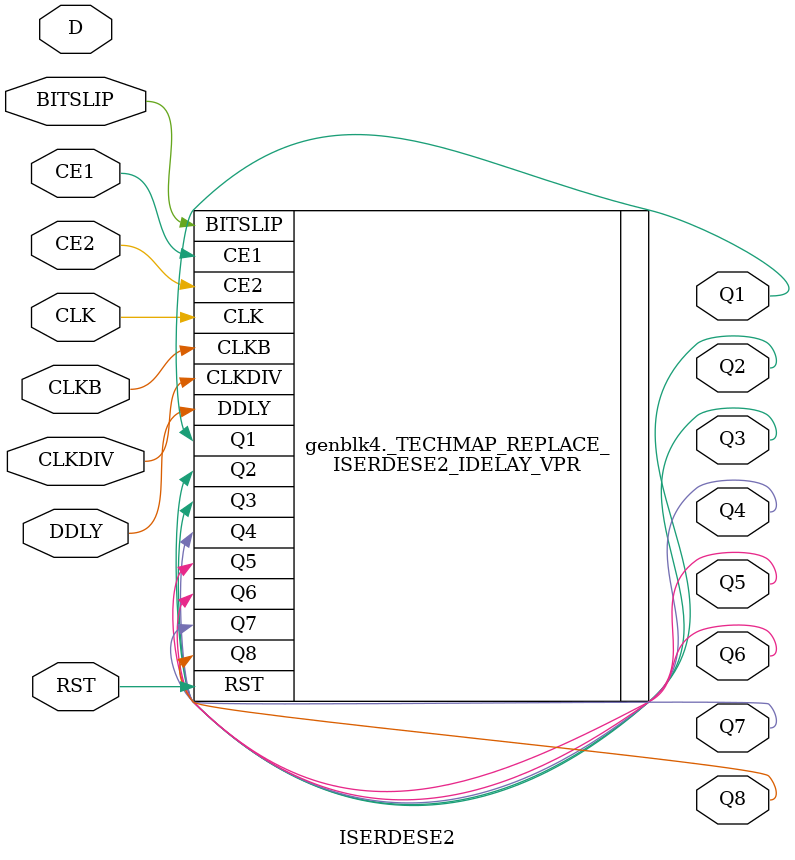
<source format=v>
module ISERDESE2 (
  input  BITSLIP,
  input  CE1,
  input  CE2,
  input  CLK,
  input  CLKB,
  input  CLKDIV,
  input  RST,
  input  D,
  input  DDLY,
  output Q1,
  output Q2,
  output Q3,
  output Q4,
  output Q5,
  output Q6,
  output Q7,
  output Q8
  );
  parameter DATA_RATE = "DDR";
  parameter DATA_WIDTH = 4;
  parameter NUM_CE = 2;
  parameter DYN_CLKDIV_INV_EN = "FALSE";
  parameter DYN_CLK_INV_EN = "FALSE";
  parameter INTERFACE_TYPE = "MEMORY";
  parameter IOBDELAY = "NONE";
  parameter SERDES_MODE = "MASTER";
  parameter [0:0] INIT_Q1 = 1'b0;
  parameter [0:0] INIT_Q2 = 1'b0;
  parameter [0:0] INIT_Q3 = 1'b0;
  parameter [0:0] INIT_Q4 = 1'b0;
  parameter [0:0] SRVAL_Q1 = 1'b0;
  parameter [0:0] SRVAL_Q2 = 1'b0;
  parameter [0:0] SRVAL_Q3 = 1'b0;
  parameter [0:0] SRVAL_Q4 = 1'b0;
  parameter [0:0] IS_D_INVERTED = 1'b0;
  parameter [0:0] IS_CLK_INVERTED = 1'b0;
  if (INTERFACE_TYPE == "NETWORKING") begin
    if (DATA_RATE == "DDR" &&
          (DATA_WIDTH != 4 &&
           DATA_WIDTH != 6 &&
           DATA_WIDTH != 8)) begin
      wire _TECHMAP_FAIL_;
    end
    if (DATA_RATE == "SDR" &&
        (DATA_WIDTH < 2 ||
         DATA_WIDTH > 8)) begin
      wire _TECHMAP_FAIL_;
    end
  end
  if (INTERFACE_TYPE == "MEMORY"      ||
      INTERFACE_TYPE == "MEMORY_DDR3" ||
      INTERFACE_TYPE == "MEMORY_QDR") begin
    if (DATA_RATE == "SDR") begin
      wire _TECHMAP_FAIL_;
    end
    if (DATA_RATE == "DDR" &&
        (DATA_WIDTH != 4 &&
         DATA_WIDTH != 6 &&
         DATA_WIDTH != 8)) begin
      wire _TECHMAP_FAIL_;
    end
  end
  if (NUM_CE != 1 && NUM_CE != 2) begin
    wire _TECHMAP_FAIL_ = 1'b1;
  end
  parameter _TECHMAP_CONSTMSK_D_ = 1'b1;
  parameter _TECHMAP_CONSTVAL_D_ = 1'bx;
  parameter _TECHMAP_CONSTMSK_DDLY_ = 1'b1;
  parameter _TECHMAP_CONSTVAL_DDLY_ = 1'bx;
  localparam [0:0] MEMORY_DDR3_4     = (INTERFACE_TYPE == "MEMORY_DDR3" && DATA_RATE == "DDR" && DATA_WIDTH == 4);
  localparam [0:0] MEMORY_DDR_4      = (INTERFACE_TYPE == "MEMORY"      && DATA_RATE == "DDR" && DATA_WIDTH == 4);
  localparam [0:0] MEMORY_QDR_4      = (INTERFACE_TYPE == "MEMORY_QDR"  && DATA_RATE == "DDR" && DATA_WIDTH == 4);
  localparam [0:0] NETWORKING_SDR_2  = (INTERFACE_TYPE == "NETWORKING"  && DATA_RATE == "SDR" && DATA_WIDTH == 2);
  localparam [0:0] NETWORKING_SDR_3  = (INTERFACE_TYPE == "NETWORKING"  && DATA_RATE == "SDR" && DATA_WIDTH == 3);
  localparam [0:0] NETWORKING_SDR_4  = (INTERFACE_TYPE == "NETWORKING"  && DATA_RATE == "SDR" && DATA_WIDTH == 4);
  localparam [0:0] NETWORKING_SDR_5  = (INTERFACE_TYPE == "NETWORKING"  && DATA_RATE == "SDR" && DATA_WIDTH == 5);
  localparam [0:0] NETWORKING_SDR_6  = (INTERFACE_TYPE == "NETWORKING"  && DATA_RATE == "SDR" && DATA_WIDTH == 6);
  localparam [0:0] NETWORKING_SDR_7  = (INTERFACE_TYPE == "NETWORKING"  && DATA_RATE == "SDR" && DATA_WIDTH == 7);
  localparam [0:0] NETWORKING_SDR_8  = (INTERFACE_TYPE == "NETWORKING"  && DATA_RATE == "SDR" && DATA_WIDTH == 8);
  localparam [0:0] NETWORKING_DDR_4  = (INTERFACE_TYPE == "NETWORKING"  && DATA_RATE == "DDR" && DATA_WIDTH == 4);
  localparam [0:0] NETWORKING_DDR_6  = (INTERFACE_TYPE == "NETWORKING"  && DATA_RATE == "DDR" && DATA_WIDTH == 6);
  localparam [0:0] NETWORKING_DDR_8  = (INTERFACE_TYPE == "NETWORKING"  && DATA_RATE == "DDR" && DATA_WIDTH == 8);
  localparam [0:0] NETWORKING_DDR_10 = (INTERFACE_TYPE == "NETWORKING"  && DATA_RATE == "DDR" && DATA_WIDTH == 10);
  localparam [0:0] NETWORKING_DDR_14 = (INTERFACE_TYPE == "NETWORKING"  && DATA_RATE == "DDR" && DATA_WIDTH == 14);
  localparam [0:0] OVERSAMPLE_DDR_4  = (INTERFACE_TYPE == "OVERSAMPLE"  && DATA_RATE == "DDR" && DATA_WIDTH == 4);
  if (_TECHMAP_CONSTMSK_D_ == 1'b1) begin
      ISERDESE2_IDELAY_VPR #(
          .MEMORY_DDR3_4                (MEMORY_DDR3_4),
          .MEMORY_DDR_4                 (MEMORY_DDR_4),
          .MEMORY_QDR_4                 (MEMORY_QDR_4),
          .NETWORKING_SDR_2             (NETWORKING_SDR_2),
          .NETWORKING_SDR_3             (NETWORKING_SDR_3),
          .NETWORKING_SDR_4             (NETWORKING_SDR_4),
          .NETWORKING_SDR_5             (NETWORKING_SDR_5),
          .NETWORKING_SDR_6             (NETWORKING_SDR_6),
          .NETWORKING_SDR_7             (NETWORKING_SDR_7),
          .NETWORKING_SDR_8             (NETWORKING_SDR_8),
          .NETWORKING_DDR_4             (NETWORKING_DDR_4),
          .NETWORKING_DDR_6             (NETWORKING_DDR_6),
          .NETWORKING_DDR_8             (NETWORKING_DDR_8),
          .NETWORKING_DDR_10            (NETWORKING_DDR_10),
          .NETWORKING_DDR_14            (NETWORKING_DDR_14),
          .OVERSAMPLE_DDR_4             (OVERSAMPLE_DDR_4),
          .NUM_CE_N1                    (NUM_CE == 1),
          .NUM_CE_N2                    (NUM_CE == 2),
          .IOBDELAY_IFD                 (IOBDELAY == "IFD" || IOBDELAY == "BOTH"),
          .IOBDELAY_IBUF                (IOBDELAY == "IBUF" || IOBDELAY == "BOTH"),
          // Inverters
          .ZINIT_Q1                     (!INIT_Q1),
          .ZINIT_Q2                     (!INIT_Q2),
          .ZINIT_Q3                     (!INIT_Q3),
          .ZINIT_Q4                     (!INIT_Q4),
          .ZSRVAL_Q1                    (!SRVAL_Q1),
          .ZSRVAL_Q2                    (!SRVAL_Q2),
          .ZSRVAL_Q3                    (!SRVAL_Q3),
          .ZSRVAL_Q4                    (!SRVAL_Q4),
          .ZINV_C                       (!IS_CLK_INVERTED)
      ) _TECHMAP_REPLACE_ (
       .BITSLIP     (BITSLIP),
       .CE1         (CE1),
       .CE2         (CE2),
       .CLK         (CLK),
       .CLKB        (CLKB),
       .CLKDIV      (CLKDIV),
       .RST         (RST),
       .DDLY        (DDLY),
       .Q1          (Q1),
       .Q2          (Q2),
       .Q3          (Q3),
       .Q4          (Q4),
       .Q5          (Q5),
       .Q6          (Q6),
       .Q7          (Q7),
       .Q8          (Q8)
      );
    end else if (_TECHMAP_CONSTMSK_DDLY_ == 1'b1) begin
      ISERDESE2_NO_IDELAY_VPR #(
          .MEMORY_DDR3_4                (MEMORY_DDR3_4),
          .MEMORY_DDR_4                 (MEMORY_DDR_4),
          .MEMORY_QDR_4                 (MEMORY_QDR_4),
          .NETWORKING_SDR_2             (NETWORKING_SDR_2),
          .NETWORKING_SDR_3             (NETWORKING_SDR_3),
          .NETWORKING_SDR_4             (NETWORKING_SDR_4),
          .NETWORKING_SDR_5             (NETWORKING_SDR_5),
          .NETWORKING_SDR_6             (NETWORKING_SDR_6),
          .NETWORKING_SDR_7             (NETWORKING_SDR_7),
          .NETWORKING_SDR_8             (NETWORKING_SDR_8),
          .NETWORKING_DDR_4             (NETWORKING_DDR_4),
          .NETWORKING_DDR_6             (NETWORKING_DDR_6),
          .NETWORKING_DDR_8             (NETWORKING_DDR_8),
          .NETWORKING_DDR_10            (NETWORKING_DDR_10),
          .NETWORKING_DDR_14            (NETWORKING_DDR_14),
          .OVERSAMPLE_DDR_4             (OVERSAMPLE_DDR_4),
          .NUM_CE_N1                    (NUM_CE == 1),
          .NUM_CE_N2                    (NUM_CE == 2),
          .IOBDELAY_IFD                 (IOBDELAY == "IFD" || IOBDELAY == "BOTH"),
          .IOBDELAY_IBUF                (IOBDELAY == "IBUF" || IOBDELAY == "BOTH"),
          // Inverters
          .ZINIT_Q1                     (!INIT_Q1),
          .ZINIT_Q2                     (!INIT_Q2),
          .ZINIT_Q3                     (!INIT_Q3),
          .ZINIT_Q4                     (!INIT_Q4),
          .ZSRVAL_Q1                    (!SRVAL_Q1),
          .ZSRVAL_Q2                    (!SRVAL_Q2),
          .ZSRVAL_Q3                    (!SRVAL_Q3),
          .ZSRVAL_Q4                    (!SRVAL_Q4),
          .ZINV_D                       (!IS_D_INVERTED),
          .ZINV_C                       (!IS_CLK_INVERTED)
      ) _TECHMAP_REPLACE_ (
       .BITSLIP     (BITSLIP),
       .CE1         (CE1),
       .CE2         (CE2),
       .CLK         (CLK),
       .CLKB        (CLKB),
       .CLKDIV      (CLKDIV),
       .RST         (RST),
       .D           (D),
       .Q1          (Q1),
       .Q2          (Q2),
       .Q3          (Q3),
       .Q4          (Q4),
       .Q5          (Q5),
       .Q6          (Q6),
       .Q7          (Q7),
       .Q8          (Q8)
      );
    end else begin
        wire _TECHMAP_FAIL_;
    end
endmodule
</source>
